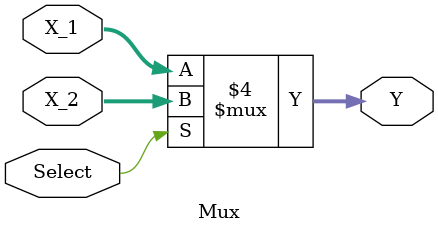
<source format=v>
module Mux(
  input [11:0] X_1, X_2, 
  input Select, 
  output reg [11:0] Y
);
  
  always @(*) begin
    if (Select == 1'b0)
      Y = X_1;
    else
      Y = X_2;
  end

endmodule

</source>
